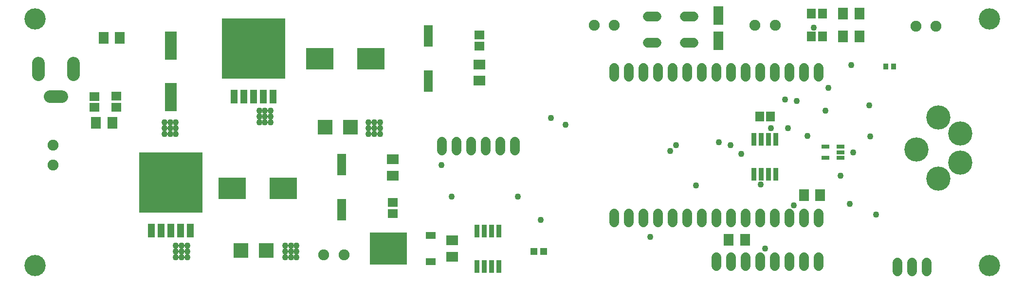
<source format=gbr>
G04 EAGLE Gerber RS-274X export*
G75*
%MOMM*%
%FSLAX34Y34*%
%LPD*%
%INSoldermask Top*%
%IPPOS*%
%AMOC8*
5,1,8,0,0,1.08239X$1,22.5*%
G01*
%ADD10C,3.703200*%
%ADD11R,11.003200X10.613200*%
%ADD12R,1.270000X2.362200*%
%ADD13R,2.103200X4.903200*%
%ADD14R,1.503200X3.803200*%
%ADD15C,1.727200*%
%ADD16R,1.803200X2.006200*%
%ADD17C,2.203200*%
%ADD18R,2.006200X1.803200*%
%ADD19R,0.863600X2.235200*%
%ADD20R,1.203200X1.303200*%
%ADD21R,1.703200X1.503200*%
%ADD22R,2.603200X2.603200*%
%ADD23C,4.219200*%
%ADD24R,1.403200X0.753200*%
%ADD25R,0.903200X1.103200*%
%ADD26R,4.703200X3.703200*%
%ADD27R,1.503200X1.703200*%
%ADD28C,1.703200*%
%ADD29C,1.903200*%
%ADD30R,6.403200X5.603200*%
%ADD31R,1.803200X1.203200*%
%ADD32R,1.803200X3.203200*%
%ADD33C,1.103200*%


D10*
X1690000Y460000D03*
X1690000Y30000D03*
X30000Y30000D03*
X30000Y460000D03*
D11*
X410400Y408500D03*
D12*
X376364Y325188D03*
X393382Y325188D03*
X410400Y325188D03*
X427418Y325188D03*
X444436Y325188D03*
D11*
X266102Y174784D03*
D12*
X232066Y91472D03*
X249084Y91472D03*
X266102Y91472D03*
X283120Y91472D03*
X300138Y91472D03*
D13*
X266392Y323762D03*
X266392Y413762D03*
D14*
X563600Y206700D03*
X563600Y127950D03*
X714114Y352236D03*
X714114Y430986D03*
D15*
X738150Y246094D02*
X738150Y230854D01*
X763550Y230854D02*
X763550Y246094D01*
X788950Y246094D02*
X788950Y230854D01*
X814350Y230854D02*
X814350Y246094D01*
X839750Y246094D02*
X839750Y230854D01*
X865150Y230854D02*
X865150Y246094D01*
D16*
X149230Y427628D03*
X177670Y427628D03*
D17*
X97300Y382900D02*
X97300Y362900D01*
X36300Y362900D02*
X36300Y382900D01*
X56300Y324900D02*
X76300Y324900D01*
D18*
X803348Y380820D03*
X803348Y352380D03*
X652240Y187130D03*
X652240Y215570D03*
D16*
X164292Y279032D03*
X135852Y279032D03*
D19*
X836850Y90134D03*
X836850Y28666D03*
X824150Y90134D03*
X811450Y90134D03*
X824150Y28666D03*
X811450Y28666D03*
X798750Y90134D03*
X798750Y28666D03*
D20*
X898100Y54364D03*
X915100Y54364D03*
D18*
X755700Y74120D03*
X755700Y45680D03*
D21*
X652388Y140098D03*
X652388Y121098D03*
X803200Y413100D03*
X803200Y432100D03*
X171248Y306472D03*
X171248Y325472D03*
D22*
X388340Y56630D03*
X432340Y56630D03*
X534404Y271202D03*
X578404Y271202D03*
D23*
X1563600Y232460D03*
X1601400Y182110D03*
X1601400Y288810D03*
X1639400Y210060D03*
X1639400Y260860D03*
D24*
X1431200Y218300D03*
X1431200Y227800D03*
X1431200Y237300D03*
X1405200Y237300D03*
X1405200Y218300D03*
D25*
X1523126Y377404D03*
X1510126Y377404D03*
D15*
X1393056Y44480D02*
X1393056Y29240D01*
X1367656Y29240D02*
X1367656Y44480D01*
X1342256Y44480D02*
X1342256Y29240D01*
X1316856Y29240D02*
X1316856Y44480D01*
X1291456Y44480D02*
X1291456Y29240D01*
X1266056Y29240D02*
X1266056Y44480D01*
X1240656Y44480D02*
X1240656Y29240D01*
X1215256Y29240D02*
X1215256Y44480D01*
D16*
X1264954Y75268D03*
X1236514Y75268D03*
X1367502Y153332D03*
X1395942Y153332D03*
D26*
X372760Y164524D03*
X461760Y164524D03*
X525300Y390800D03*
X614300Y390800D03*
D19*
X1319050Y250734D03*
X1319050Y189266D03*
X1306350Y250734D03*
X1293650Y250734D03*
X1306350Y189266D03*
X1293650Y189266D03*
X1280950Y250734D03*
X1280950Y189266D03*
D27*
X1290500Y290000D03*
X1309500Y290000D03*
D28*
X1037600Y120500D02*
X1037600Y105500D01*
X1063000Y105500D02*
X1063000Y120500D01*
X1088400Y120500D02*
X1088400Y105500D01*
X1113800Y105500D02*
X1113800Y120500D01*
X1139200Y120500D02*
X1139200Y105500D01*
X1164600Y105500D02*
X1164600Y120500D01*
X1190000Y120500D02*
X1190000Y105500D01*
X1215400Y105500D02*
X1215400Y120500D01*
X1240800Y120500D02*
X1240800Y105500D01*
X1266200Y105500D02*
X1266200Y120500D01*
X1291600Y120500D02*
X1291600Y105500D01*
X1317000Y105500D02*
X1317000Y120500D01*
X1342400Y120500D02*
X1342400Y105500D01*
X1367800Y105500D02*
X1367800Y120500D01*
X1393200Y120500D02*
X1393200Y105500D01*
X1037600Y359500D02*
X1037600Y374500D01*
X1063000Y374500D02*
X1063000Y359500D01*
X1088400Y359500D02*
X1088400Y374500D01*
X1113800Y374500D02*
X1113800Y359500D01*
X1139200Y359500D02*
X1139200Y374500D01*
X1164600Y374500D02*
X1164600Y359500D01*
X1190000Y359500D02*
X1190000Y374500D01*
X1215400Y374500D02*
X1215400Y359500D01*
X1240800Y359500D02*
X1240800Y374500D01*
X1266200Y374500D02*
X1266200Y359500D01*
X1291600Y359500D02*
X1291600Y374500D01*
X1317000Y374500D02*
X1317000Y359500D01*
X1342400Y359500D02*
X1342400Y374500D01*
X1367800Y374500D02*
X1367800Y359500D01*
X1393200Y359500D02*
X1393200Y374500D01*
D29*
X532500Y49000D03*
X567500Y49000D03*
X1282500Y449000D03*
X1317500Y449000D03*
D15*
X1110948Y464186D02*
X1095708Y464186D01*
X1095708Y418974D02*
X1110948Y418974D01*
X1160732Y464186D02*
X1175972Y464186D01*
X1175972Y418974D02*
X1160732Y418974D01*
D29*
X1002500Y449000D03*
X1037500Y449000D03*
X61602Y205078D03*
X61602Y240078D03*
D21*
X133396Y305848D03*
X133396Y324848D03*
D16*
X1435780Y430000D03*
X1464220Y430000D03*
D27*
X1399500Y430000D03*
X1380500Y430000D03*
D16*
X1435780Y470000D03*
X1464220Y470000D03*
D27*
X1399500Y470000D03*
X1380500Y470000D03*
D30*
X645000Y60000D03*
D31*
X718000Y37200D03*
X718000Y82800D03*
D32*
X1218370Y466060D03*
X1218370Y422060D03*
D29*
X1562510Y447950D03*
X1597510Y447950D03*
D15*
X1529980Y35610D02*
X1529980Y20370D01*
X1555380Y20370D02*
X1555380Y35610D01*
X1580780Y35610D02*
X1580780Y20370D01*
D33*
X952754Y276098D03*
X927608Y287274D03*
X275000Y260000D03*
X275000Y270000D03*
X265000Y270000D03*
X255000Y270000D03*
X255000Y260000D03*
X265000Y260000D03*
X255000Y280000D03*
X265000Y280000D03*
X275000Y280000D03*
X440000Y280000D03*
X440000Y290000D03*
X430000Y290000D03*
X420000Y290000D03*
X420000Y280000D03*
X430000Y280000D03*
X420000Y300000D03*
X430000Y300000D03*
X440000Y300000D03*
X295000Y45000D03*
X295000Y55000D03*
X285000Y55000D03*
X275000Y55000D03*
X275000Y45000D03*
X285000Y45000D03*
X275000Y65000D03*
X285000Y65000D03*
X295000Y65000D03*
X630000Y260000D03*
X630000Y270000D03*
X620000Y270000D03*
X610000Y270000D03*
X610000Y260000D03*
X620000Y260000D03*
X610000Y280000D03*
X620000Y280000D03*
X630000Y280000D03*
X485000Y45000D03*
X485000Y55000D03*
X475000Y55000D03*
X465000Y55000D03*
X465000Y45000D03*
X475000Y45000D03*
X465000Y65000D03*
X475000Y65000D03*
X485000Y65000D03*
X910000Y110000D03*
X737108Y205740D03*
X1453642Y227330D03*
X1373378Y256286D03*
X1300000Y60000D03*
X1100000Y80000D03*
X755000Y150000D03*
X870000Y150000D03*
X1145000Y240000D03*
X1180000Y170000D03*
X1446980Y137610D03*
X1431490Y187130D03*
X1405000Y300000D03*
X1335000Y320000D03*
X1350000Y135000D03*
X1292500Y171250D03*
X1258750Y225000D03*
X1220000Y245000D03*
X1240000Y240000D03*
X1310000Y270000D03*
X1340000Y270000D03*
X1410000Y340000D03*
X1135000Y230000D03*
X1385000Y445000D03*
X1450000Y380000D03*
X1354910Y317020D03*
X1480960Y309990D03*
X1482850Y255170D03*
X1492670Y118700D03*
M02*

</source>
